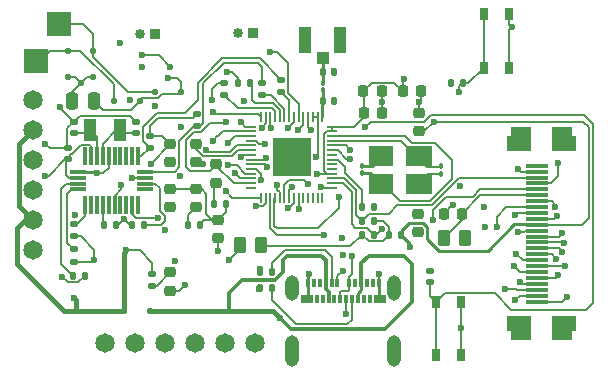
<source format=gbr>
%TF.GenerationSoftware,KiCad,Pcbnew,8.0.8*%
%TF.CreationDate,2025-02-24T15:49:23-08:00*%
%TF.ProjectId,OuterBoard_rev3.1,4f757465-7242-46f6-9172-645f72657633,rev?*%
%TF.SameCoordinates,Original*%
%TF.FileFunction,Copper,L1,Top*%
%TF.FilePolarity,Positive*%
%FSLAX46Y46*%
G04 Gerber Fmt 4.6, Leading zero omitted, Abs format (unit mm)*
G04 Created by KiCad (PCBNEW 8.0.8) date 2025-02-24 15:49:23*
%MOMM*%
%LPD*%
G01*
G04 APERTURE LIST*
G04 Aperture macros list*
%AMRoundRect*
0 Rectangle with rounded corners*
0 $1 Rounding radius*
0 $2 $3 $4 $5 $6 $7 $8 $9 X,Y pos of 4 corners*
0 Add a 4 corners polygon primitive as box body*
4,1,4,$2,$3,$4,$5,$6,$7,$8,$9,$2,$3,0*
0 Add four circle primitives for the rounded corners*
1,1,$1+$1,$2,$3*
1,1,$1+$1,$4,$5*
1,1,$1+$1,$6,$7*
1,1,$1+$1,$8,$9*
0 Add four rect primitives between the rounded corners*
20,1,$1+$1,$2,$3,$4,$5,0*
20,1,$1+$1,$4,$5,$6,$7,0*
20,1,$1+$1,$6,$7,$8,$9,0*
20,1,$1+$1,$8,$9,$2,$3,0*%
%AMFreePoly0*
4,1,17,1.053536,0.803536,1.055000,0.800000,1.055000,-1.150000,1.053536,-1.153536,1.050000,-1.155000,-0.250000,-1.155000,-0.253536,-1.153536,-0.255000,-1.150000,-0.255000,-0.805000,-1.050000,-0.805000,-1.053536,-0.803536,-1.055000,-0.800000,-1.055000,0.800000,-1.053536,0.803536,-1.050000,0.805000,1.050000,0.805000,1.053536,0.803536,1.053536,0.803536,$1*%
%AMFreePoly1*
4,1,17,1.053536,0.803536,1.055000,0.800000,1.055000,-0.800000,1.053536,-0.803536,1.050000,-0.805000,0.255000,-0.805000,0.255000,-1.150000,0.253536,-1.153536,0.250000,-1.155000,-1.050000,-1.155000,-1.053536,-1.153536,-1.055000,-1.150000,-1.055000,0.800000,-1.053536,0.803536,-1.050000,0.805000,1.050000,0.805000,1.053536,0.803536,1.053536,0.803536,$1*%
G04 Aperture macros list end*
%TA.AperFunction,SMDPad,CuDef*%
%ADD10RoundRect,0.225000X-0.225000X-0.250000X0.225000X-0.250000X0.225000X0.250000X-0.225000X0.250000X0*%
%TD*%
%TA.AperFunction,ComponentPad*%
%ADD11C,1.650000*%
%TD*%
%TA.AperFunction,SMDPad,CuDef*%
%ADD12RoundRect,0.100000X0.100000X-0.130000X0.100000X0.130000X-0.100000X0.130000X-0.100000X-0.130000X0*%
%TD*%
%TA.AperFunction,SMDPad,CuDef*%
%ADD13RoundRect,0.140000X-0.170000X0.140000X-0.170000X-0.140000X0.170000X-0.140000X0.170000X0.140000X0*%
%TD*%
%TA.AperFunction,SMDPad,CuDef*%
%ADD14RoundRect,0.225000X0.250000X-0.225000X0.250000X0.225000X-0.250000X0.225000X-0.250000X-0.225000X0*%
%TD*%
%TA.AperFunction,SMDPad,CuDef*%
%ADD15RoundRect,0.140000X0.170000X-0.140000X0.170000X0.140000X-0.170000X0.140000X-0.170000X-0.140000X0*%
%TD*%
%TA.AperFunction,SMDPad,CuDef*%
%ADD16RoundRect,0.225000X-0.250000X0.225000X-0.250000X-0.225000X0.250000X-0.225000X0.250000X0.225000X0*%
%TD*%
%TA.AperFunction,SMDPad,CuDef*%
%ADD17R,1.050000X2.200000*%
%TD*%
%TA.AperFunction,SMDPad,CuDef*%
%ADD18R,1.050000X1.000000*%
%TD*%
%TA.AperFunction,SMDPad,CuDef*%
%ADD19RoundRect,0.135000X0.135000X0.185000X-0.135000X0.185000X-0.135000X-0.185000X0.135000X-0.185000X0*%
%TD*%
%TA.AperFunction,SMDPad,CuDef*%
%ADD20RoundRect,0.218750X0.256250X-0.218750X0.256250X0.218750X-0.256250X0.218750X-0.256250X-0.218750X0*%
%TD*%
%TA.AperFunction,SMDPad,CuDef*%
%ADD21RoundRect,0.135000X-0.135000X-0.185000X0.135000X-0.185000X0.135000X0.185000X-0.135000X0.185000X0*%
%TD*%
%TA.AperFunction,SMDPad,CuDef*%
%ADD22R,1.968000X0.312000*%
%TD*%
%TA.AperFunction,SMDPad,CuDef*%
%ADD23R,1.968000X0.300000*%
%TD*%
%TA.AperFunction,SMDPad,CuDef*%
%ADD24FreePoly0,270.000000*%
%TD*%
%TA.AperFunction,SMDPad,CuDef*%
%ADD25FreePoly0,90.000000*%
%TD*%
%TA.AperFunction,SMDPad,CuDef*%
%ADD26FreePoly1,90.000000*%
%TD*%
%TA.AperFunction,SMDPad,CuDef*%
%ADD27FreePoly1,270.000000*%
%TD*%
%TA.AperFunction,SMDPad,CuDef*%
%ADD28RoundRect,0.100000X-0.100000X0.130000X-0.100000X-0.130000X0.100000X-0.130000X0.100000X0.130000X0*%
%TD*%
%TA.AperFunction,SMDPad,CuDef*%
%ADD29RoundRect,0.125000X-0.125000X0.125000X-0.125000X-0.125000X0.125000X-0.125000X0.125000X0.125000X0*%
%TD*%
%TA.AperFunction,SMDPad,CuDef*%
%ADD30RoundRect,0.135000X0.185000X-0.135000X0.185000X0.135000X-0.185000X0.135000X-0.185000X-0.135000X0*%
%TD*%
%TA.AperFunction,SMDPad,CuDef*%
%ADD31RoundRect,0.125000X0.125000X0.125000X-0.125000X0.125000X-0.125000X-0.125000X0.125000X-0.125000X0*%
%TD*%
%TA.AperFunction,SMDPad,CuDef*%
%ADD32RoundRect,0.218750X-0.256250X0.218750X-0.256250X-0.218750X0.256250X-0.218750X0.256250X0.218750X0*%
%TD*%
%TA.AperFunction,SMDPad,CuDef*%
%ADD33RoundRect,0.250000X0.262500X0.450000X-0.262500X0.450000X-0.262500X-0.450000X0.262500X-0.450000X0*%
%TD*%
%TA.AperFunction,SMDPad,CuDef*%
%ADD34RoundRect,0.140000X-0.140000X-0.170000X0.140000X-0.170000X0.140000X0.170000X-0.140000X0.170000X0*%
%TD*%
%TA.AperFunction,ComponentPad*%
%ADD35R,2.000000X2.000000*%
%TD*%
%TA.AperFunction,ComponentPad*%
%ADD36R,0.850000X0.850000*%
%TD*%
%TA.AperFunction,ComponentPad*%
%ADD37C,0.850000*%
%TD*%
%TA.AperFunction,SMDPad,CuDef*%
%ADD38RoundRect,0.140000X0.140000X0.170000X-0.140000X0.170000X-0.140000X-0.170000X0.140000X-0.170000X0*%
%TD*%
%TA.AperFunction,ComponentPad*%
%ADD39O,1.168400X2.667000*%
%TD*%
%TA.AperFunction,ComponentPad*%
%ADD40O,1.168400X2.159000*%
%TD*%
%TA.AperFunction,SMDPad,CuDef*%
%ADD41R,0.330200X0.762000*%
%TD*%
%TA.AperFunction,SMDPad,CuDef*%
%ADD42R,1.041400X0.762000*%
%TD*%
%TA.AperFunction,SMDPad,CuDef*%
%ADD43R,0.300000X1.494000*%
%TD*%
%TA.AperFunction,SMDPad,CuDef*%
%ADD44R,1.456000X0.300000*%
%TD*%
%TA.AperFunction,SMDPad,CuDef*%
%ADD45RoundRect,0.135000X-0.185000X0.135000X-0.185000X-0.135000X0.185000X-0.135000X0.185000X0.135000X0*%
%TD*%
%TA.AperFunction,SMDPad,CuDef*%
%ADD46R,2.294000X1.682000*%
%TD*%
%TA.AperFunction,SMDPad,CuDef*%
%ADD47R,2.040000X1.682000*%
%TD*%
%TA.AperFunction,SMDPad,CuDef*%
%ADD48RoundRect,0.125000X-0.125000X-0.125000X0.125000X-0.125000X0.125000X0.125000X-0.125000X0.125000X0*%
%TD*%
%TA.AperFunction,SMDPad,CuDef*%
%ADD49R,1.100000X1.900000*%
%TD*%
%TA.AperFunction,SMDPad,CuDef*%
%ADD50RoundRect,0.250000X0.250000X0.475000X-0.250000X0.475000X-0.250000X-0.475000X0.250000X-0.475000X0*%
%TD*%
%TA.AperFunction,SMDPad,CuDef*%
%ADD51R,0.711200X0.990600*%
%TD*%
%TA.AperFunction,SMDPad,CuDef*%
%ADD52RoundRect,0.225000X0.225000X0.250000X-0.225000X0.250000X-0.225000X-0.250000X0.225000X-0.250000X0*%
%TD*%
%TA.AperFunction,SMDPad,CuDef*%
%ADD53RoundRect,0.050000X-0.050000X0.387500X-0.050000X-0.387500X0.050000X-0.387500X0.050000X0.387500X0*%
%TD*%
%TA.AperFunction,SMDPad,CuDef*%
%ADD54RoundRect,0.050000X-0.387500X0.050000X-0.387500X-0.050000X0.387500X-0.050000X0.387500X0.050000X0*%
%TD*%
%TA.AperFunction,HeatsinkPad*%
%ADD55R,3.200000X3.200000*%
%TD*%
%TA.AperFunction,ViaPad*%
%ADD56C,0.600000*%
%TD*%
%TA.AperFunction,Conductor*%
%ADD57C,0.200000*%
%TD*%
%TA.AperFunction,Conductor*%
%ADD58C,0.254000*%
%TD*%
%TA.AperFunction,Conductor*%
%ADD59C,0.400000*%
%TD*%
%TA.AperFunction,Conductor*%
%ADD60C,0.300000*%
%TD*%
G04 APERTURE END LIST*
D10*
%TO.P,C32,1*%
%TO.N,+3.3V*%
X137464200Y-82677000D03*
%TO.P,C32,2*%
%TO.N,GND*%
X139014200Y-82677000D03*
%TD*%
D11*
%TO.P,J2,1*%
%TO.N,GPIO45*%
X115620800Y-104013000D03*
%TO.P,J2,2*%
%TO.N,GPIO46*%
X118160800Y-104013000D03*
%TO.P,J2,3*%
%TO.N,IO21{slash}USER_LED*%
X120700800Y-104013000D03*
%TO.P,J2,4*%
%TO.N,D10{slash}A10{slash}MOSI*%
X123240800Y-104013000D03*
%TO.P,J2,5*%
%TO.N,D9{slash}A9{slash}MISO*%
X125780800Y-104013000D03*
%TO.P,J2,6*%
%TO.N,D8{slash}A8{slash}SCK*%
X128320800Y-104013000D03*
%TD*%
D12*
%TO.P,C43,1*%
%TO.N,Net-(U9-XTAL_P)*%
X137320000Y-89620000D03*
%TO.P,C43,2*%
%TO.N,GND*%
X137320000Y-88980000D03*
%TD*%
D13*
%TO.P,R13,1*%
%TO.N,+3.3V*%
X143078200Y-97868800D03*
%TO.P,R13,2*%
%TO.N,CHIP_EN*%
X143078200Y-98828800D03*
%TD*%
D14*
%TO.P,C9,1*%
%TO.N,+2V8*%
X142138400Y-86030400D03*
%TO.P,C9,2*%
%TO.N,GND*%
X142138400Y-84480400D03*
%TD*%
D15*
%TO.P,C31,1*%
%TO.N,Net-(U8-XOUT32)*%
X118217000Y-86230400D03*
%TO.P,C31,2*%
%TO.N,GND*%
X118217000Y-85270400D03*
%TD*%
D16*
%TO.P,C40,1*%
%TO.N,+3.3V*%
X123266200Y-87144600D03*
%TO.P,C40,2*%
%TO.N,GND*%
X123266200Y-88694600D03*
%TD*%
D17*
%TO.P,ANT1,GND1*%
%TO.N,GND*%
X132535000Y-78335000D03*
%TO.P,ANT1,GND2*%
X135485000Y-78335000D03*
D18*
%TO.P,ANT1,SIG*%
%TO.N,Net-(ANT1-PadSIG)*%
X134010000Y-79860000D03*
%TD*%
D16*
%TO.P,C39,1*%
%TO.N,+3.3V*%
X121132600Y-87144600D03*
%TO.P,C39,2*%
%TO.N,GND*%
X121132600Y-88694600D03*
%TD*%
D19*
%TO.P,R21,1*%
%TO.N,Net-(J5-PadB5)*%
X129743200Y-99314000D03*
%TO.P,R21,2*%
%TO.N,GND*%
X128723200Y-99314000D03*
%TD*%
D20*
%TO.P,D8,1,K*%
%TO.N,GND*%
X121107200Y-99568100D03*
%TO.P,D8,2,A*%
%TO.N,Net-(D8-A)*%
X121107200Y-97993100D03*
%TD*%
D16*
%TO.P,C37,1*%
%TO.N,+3.3V*%
X125145800Y-93560600D03*
%TO.P,C37,2*%
%TO.N,GND*%
X125145800Y-95110600D03*
%TD*%
D21*
%TO.P,R6,1*%
%TO.N,Net-(R6-Pad1)*%
X139670600Y-94818200D03*
%TO.P,R6,2*%
%TO.N,+2V8*%
X140690600Y-94818200D03*
%TD*%
D22*
%TO.P,J10,1,1*%
%TO.N,unconnected-(J10-Pad1)*%
X152171500Y-88972600D03*
D23*
%TO.P,J10,2,2*%
%TO.N,GND*%
X152171500Y-89466600D03*
%TO.P,J10,3,3*%
%TO.N,MTDO{slash}IO40{slash}CAM_SDA*%
X152171500Y-89966600D03*
%TO.P,J10,4,4*%
%TO.N,Net-(FB1-Pad2)*%
X152171500Y-90466600D03*
%TO.P,J10,5,5*%
%TO.N,MTCK{slash}IO39{slash}CAM_SCL*%
X152171500Y-90966600D03*
%TO.P,J10,6,6*%
%TO.N,CAM_RESET*%
X152171500Y-91466600D03*
%TO.P,J10,7,7*%
%TO.N,IO38{slash}DVP_VSYNC*%
X152171500Y-91966600D03*
%TO.P,J10,8,8*%
%TO.N,Net-(J10-Pad8)*%
X152171500Y-92466600D03*
%TO.P,J10,9,9*%
%TO.N,IO47{slash}DVP_HREF*%
X152171500Y-92966600D03*
%TO.P,J10,10,10*%
%TO.N,+1V8*%
X152171500Y-93466600D03*
%TO.P,J10,11,11*%
%TO.N,+2V8*%
X152171500Y-93966600D03*
%TO.P,J10,12,12*%
%TO.N,IO48{slash}DVP_Y9*%
X152171500Y-94466600D03*
%TO.P,J10,13,13*%
%TO.N,IO10{slash}XMCLK*%
X152171500Y-94966600D03*
%TO.P,J10,14,14*%
%TO.N,IO11{slash}DVP_Y8*%
X152171500Y-95466600D03*
%TO.P,J10,15,15*%
%TO.N,GND*%
X152171500Y-95966600D03*
%TO.P,J10,16,16*%
%TO.N,IO12{slash}DVP_Y7*%
X152171500Y-96466600D03*
%TO.P,J10,17,17*%
%TO.N,IO13{slash}DVP_PCLK*%
X152171500Y-96966600D03*
%TO.P,J10,18,18*%
%TO.N,IO14{slash}DVP_Y6*%
X152171500Y-97466600D03*
%TO.P,J10,19,19*%
%TO.N,IO15{slash}DVP_Y2*%
X152171500Y-97966600D03*
%TO.P,J10,20,20*%
%TO.N,IO16{slash}DVP_Y5*%
X152171500Y-98466600D03*
%TO.P,J10,21,21*%
%TO.N,IO17{slash}DVP_Y3*%
X152171500Y-98966600D03*
%TO.P,J10,22,22*%
%TO.N,IO18{slash}DVP_Y4*%
X152171500Y-99466600D03*
%TO.P,J10,23,23*%
%TO.N,GND*%
X152171500Y-99966600D03*
%TO.P,J10,24,24*%
%TO.N,Net-(D7-K)*%
X152171500Y-100466600D03*
D24*
%TO.P,J10,S1*%
%TO.N,N/C*%
X150787500Y-86716600D03*
D25*
X154298500Y-102717600D03*
D26*
%TO.P,J10,S2*%
X154298500Y-86717600D03*
D27*
X150787500Y-102716600D03*
%TD*%
D28*
%TO.P,C45,1*%
%TO.N,Net-(U9-XTAL_N)*%
X144060000Y-89020000D03*
%TO.P,C45,2*%
%TO.N,GND*%
X144060000Y-89660000D03*
%TD*%
D29*
%TO.P,D2,1,K*%
%TO.N,Net-(D2-K)*%
X114554000Y-79222600D03*
%TO.P,D2,2,A*%
%TO.N,GNDPWR*%
X114554000Y-81422600D03*
%TD*%
D30*
%TO.P,R3,1*%
%TO.N,D3{slash}A3*%
X128879600Y-83009200D03*
%TO.P,R3,2*%
%TO.N,BNO_SCL*%
X128879600Y-81989200D03*
%TD*%
D10*
%TO.P,C42,1*%
%TO.N,+3.3V*%
X137502600Y-84505800D03*
%TO.P,C42,2*%
%TO.N,GND*%
X139052600Y-84505800D03*
%TD*%
D31*
%TO.P,D3,1,K*%
%TO.N,VCC*%
X118516400Y-83464400D03*
%TO.P,D3,2,A*%
%TO.N,Net-(D1-K)*%
X116316400Y-83464400D03*
%TD*%
D30*
%TO.P,R20,1*%
%TO.N,D5{slash}I2C_SCL*%
X125704600Y-82983800D03*
%TO.P,R20,2*%
%TO.N,BNO_RST*%
X125704600Y-81963800D03*
%TD*%
D19*
%TO.P,R7,1*%
%TO.N,Net-(R6-Pad1)*%
X138379200Y-93624400D03*
%TO.P,R7,2*%
%TO.N,MTDO{slash}IO40{slash}CAM_SDA*%
X137359200Y-93624400D03*
%TD*%
%TO.P,R26,1*%
%TO.N,Net-(J5-PadA5)*%
X129743200Y-97967800D03*
%TO.P,R26,2*%
%TO.N,GND*%
X128723200Y-97967800D03*
%TD*%
D32*
%TO.P,D9,1,K*%
%TO.N,IO21{slash}USER_LED*%
X124993400Y-88849200D03*
%TO.P,D9,2,A*%
%TO.N,Net-(D9-A)*%
X124993400Y-90424200D03*
%TD*%
D15*
%TO.P,C30,1*%
%TO.N,Net-(U8-XIN32)*%
X112933800Y-86207600D03*
%TO.P,C30,2*%
%TO.N,GND*%
X112933800Y-85247600D03*
%TD*%
D33*
%TO.P,R8,1*%
%TO.N,Net-(R6-Pad1)*%
X128832500Y-95680000D03*
%TO.P,R8,2*%
%TO.N,+3.3V*%
X127007500Y-95680000D03*
%TD*%
D34*
%TO.P,C29,1*%
%TO.N,Net-(U8-CAP)*%
X115521800Y-94005400D03*
%TO.P,C29,2*%
%TO.N,GND*%
X116481800Y-94005400D03*
%TD*%
D35*
%TO.P,TP1,1,1*%
%TO.N,Net-(D1-K)*%
X109728000Y-80137000D03*
%TD*%
D36*
%TO.P,J3,1,1*%
%TO.N,+BATT1*%
X119837200Y-77800200D03*
D37*
%TO.P,J3,2,2*%
%TO.N,GNDPWR*%
X118587200Y-77800200D03*
%TD*%
D38*
%TO.P,C41,1*%
%TO.N,+3.3V*%
X123593800Y-93954600D03*
%TO.P,C41,2*%
%TO.N,GND*%
X122633800Y-93954600D03*
%TD*%
D16*
%TO.P,C36,1*%
%TO.N,+3.3V*%
X121132600Y-90954600D03*
%TO.P,C36,2*%
%TO.N,GND*%
X121132600Y-92504600D03*
%TD*%
D19*
%TO.P,R22,1*%
%TO.N,+3.3V*%
X113893600Y-98272600D03*
%TO.P,R22,2*%
%TO.N,Net-(U8-NBOOT_LOAD_PIN)*%
X112873600Y-98272600D03*
%TD*%
D21*
%TO.P,R31,1*%
%TO.N,Net-(U9-U0TXD)*%
X137361200Y-92456000D03*
%TO.P,R31,2*%
%TO.N,TX_D6*%
X138381200Y-92456000D03*
%TD*%
D39*
%TO.P,J5,25*%
%TO.N,N/C*%
X131449998Y-104679300D03*
%TO.P,J5,26*%
X140090002Y-104679300D03*
D40*
%TO.P,J5,27*%
X131449998Y-99319300D03*
%TO.P,J5,28*%
X140090002Y-99319300D03*
D41*
%TO.P,J5,A1,A1*%
%TO.N,GND*%
X132770000Y-98940299D03*
%TO.P,J5,A2,A2*%
%TO.N,unconnected-(J5-PadA2)*%
X133269999Y-98940299D03*
%TO.P,J5,A3,A3*%
%TO.N,unconnected-(J5-PadA3)*%
X133770001Y-98940299D03*
%TO.P,J5,A4,A4*%
%TO.N,+5V*%
X134270000Y-98940299D03*
%TO.P,J5,A5,A5*%
%TO.N,Net-(J5-PadA5)*%
X134769999Y-98940299D03*
%TO.P,J5,A6,A6*%
%TO.N,USB_DP*%
X135270000Y-98940299D03*
%TO.P,J5,A7,A7*%
%TO.N,USB_DN*%
X136270000Y-98940299D03*
%TO.P,J5,A8,A8*%
%TO.N,unconnected-(J5-PadA8)*%
X136770001Y-98940299D03*
%TO.P,J5,A9,A9*%
%TO.N,+5V*%
X137270000Y-98940299D03*
%TO.P,J5,A10,A10*%
%TO.N,unconnected-(J5-PadA10)*%
X137769999Y-98940299D03*
%TO.P,J5,A11,A11*%
%TO.N,unconnected-(J5-PadA11)*%
X138270001Y-98940299D03*
%TO.P,J5,A12,A12*%
%TO.N,GND*%
X138770000Y-98940299D03*
D42*
%TO.P,J5,B1,B1*%
X138870000Y-100240301D03*
D41*
%TO.P,J5,B2,B2*%
%TO.N,unconnected-(J5-PadB2)*%
X138020001Y-100240301D03*
%TO.P,J5,B3,B3*%
%TO.N,unconnected-(J5-PadB3)*%
X137519999Y-100240301D03*
%TO.P,J5,B4,B4*%
%TO.N,+5V*%
X137020000Y-100240301D03*
%TO.P,J5,B5,B5*%
%TO.N,Net-(J5-PadB5)*%
X136520001Y-100240301D03*
%TO.P,J5,B6,B6*%
%TO.N,USB_DP*%
X136020000Y-100240301D03*
%TO.P,J5,B7,B7*%
%TO.N,USB_DN*%
X135520000Y-100240301D03*
%TO.P,J5,B8,B8*%
%TO.N,unconnected-(J5-PadB8)*%
X135019999Y-100240301D03*
%TO.P,J5,B9,B9*%
%TO.N,+5V*%
X134520000Y-100240301D03*
%TO.P,J5,B10,B10*%
%TO.N,unconnected-(J5-PadB10)*%
X134020001Y-100240301D03*
%TO.P,J5,B11,B11*%
%TO.N,unconnected-(J5-PadB11)*%
X133519999Y-100240301D03*
D42*
%TO.P,J5,B12,B12*%
%TO.N,GND*%
X132670000Y-100240301D03*
%TD*%
D14*
%TO.P,C18,1*%
%TO.N,+3.3V*%
X142087600Y-94577200D03*
%TO.P,C18,2*%
%TO.N,GND*%
X142087600Y-93027200D03*
%TD*%
D21*
%TO.P,R9,1*%
%TO.N,Net-(R6-Pad1)*%
X137361200Y-94792800D03*
%TO.P,R9,2*%
%TO.N,MTCK{slash}IO39{slash}CAM_SCL*%
X138381200Y-94792800D03*
%TD*%
D33*
%TO.P,R10,1*%
%TO.N,+3.3V*%
X146098900Y-95123000D03*
%TO.P,R10,2*%
%TO.N,CAM_RESET*%
X144273900Y-95123000D03*
%TD*%
D36*
%TO.P,J4,1,1*%
%TO.N,+BATT2*%
X128117600Y-77749400D03*
D37*
%TO.P,J4,2,2*%
%TO.N,GNDPWR*%
X126867600Y-77749400D03*
%TD*%
D34*
%TO.P,R14,1*%
%TO.N,+3.3V*%
X144909600Y-81965800D03*
%TO.P,R14,2*%
%TO.N,GPIO0*%
X145869600Y-81965800D03*
%TD*%
D35*
%TO.P,TP2,1,1*%
%TO.N,Net-(D2-K)*%
X111683800Y-76962000D03*
%TD*%
D19*
%TO.P,R18,1*%
%TO.N,Net-(U8-COM3)*%
X118924800Y-94005400D03*
%TO.P,R18,2*%
%TO.N,GND*%
X117904800Y-94005400D03*
%TD*%
D43*
%TO.P,U8,1*%
%TO.N,N/C*%
X113900200Y-88184200D03*
D44*
%TO.P,U8,2,GND*%
%TO.N,GND*%
X113322200Y-89481200D03*
%TO.P,U8,3,VDD*%
%TO.N,+3.3V*%
X113322200Y-89981200D03*
%TO.P,U8,4,NBOOT_LOAD_PIN*%
%TO.N,Net-(U8-NBOOT_LOAD_PIN)*%
X113322200Y-90481200D03*
%TO.P,U8,5,PS1*%
%TO.N,Net-(U8-PS1)*%
X113322200Y-90981200D03*
D43*
%TO.P,U8,6,PS0*%
%TO.N,Net-(U8-PS0)*%
X113900200Y-92278200D03*
%TO.P,U8,7*%
%TO.N,N/C*%
X114400200Y-92278200D03*
%TO.P,U8,8*%
X114900200Y-92278200D03*
%TO.P,U8,9,CAP*%
%TO.N,Net-(U8-CAP)*%
X115400200Y-92278200D03*
%TO.P,U8,10,PIN10*%
%TO.N,unconnected-(U8-PIN10-Pad10)*%
X115900200Y-92278200D03*
%TO.P,U8,11,NRESET*%
%TO.N,BNO_RST*%
X116400200Y-92278200D03*
%TO.P,U8,12*%
%TO.N,N/C*%
X116900200Y-92278200D03*
%TO.P,U8,13*%
X117400200Y-92278200D03*
%TO.P,U8,14,INT*%
%TO.N,BNO_INT*%
X117900200Y-92278200D03*
%TO.P,U8,15,PIN15*%
%TO.N,unconnected-(U8-PIN15-Pad15)*%
X118400200Y-92278200D03*
D44*
%TO.P,U8,16,PIN16*%
%TO.N,unconnected-(U8-PIN16-Pad16)*%
X118978200Y-90981200D03*
%TO.P,U8,17,COM3*%
%TO.N,Net-(U8-COM3)*%
X118978200Y-90481200D03*
%TO.P,U8,18,COM2*%
%TO.N,GND*%
X118978200Y-89981200D03*
%TO.P,U8,19,COM1*%
%TO.N,BNO_SCL*%
X118978200Y-89481200D03*
D43*
%TO.P,U8,20,COM0*%
%TO.N,BNO_SDA*%
X118400200Y-88184200D03*
%TO.P,U8,21*%
%TO.N,N/C*%
X117900200Y-88184200D03*
%TO.P,U8,22*%
X117400200Y-88184200D03*
%TO.P,U8,23*%
X116900200Y-88184200D03*
%TO.P,U8,24*%
X116400200Y-88184200D03*
%TO.P,U8,25,GNDIO*%
%TO.N,GND*%
X115900200Y-88184200D03*
%TO.P,U8,26,XOUT32*%
%TO.N,Net-(U8-XOUT32)*%
X115400200Y-88184200D03*
%TO.P,U8,27,XIN32*%
%TO.N,Net-(U8-XIN32)*%
X114900200Y-88184200D03*
%TO.P,U8,28,VDDIO*%
%TO.N,+3.3V*%
X114400200Y-88184200D03*
%TD*%
D12*
%TO.P,L1,1,1*%
%TO.N,Net-(U9-LNA_IN)*%
X134010000Y-82580000D03*
%TO.P,L1,2,2*%
%TO.N,Net-(ANT1-PadSIG)*%
X134010000Y-81940000D03*
%TD*%
D21*
%TO.P,R15,1*%
%TO.N,Net-(D9-A)*%
X124837000Y-92202000D03*
%TO.P,R15,2*%
%TO.N,+3.3V*%
X125857000Y-92202000D03*
%TD*%
D45*
%TO.P,R16,1*%
%TO.N,Net-(U8-PS1)*%
X112953800Y-96060800D03*
%TO.P,R16,2*%
%TO.N,GND*%
X112953800Y-97080800D03*
%TD*%
D46*
%TO.P,Y2,1,1*%
%TO.N,Net-(U9-XTAL_N)*%
X142155800Y-88158400D03*
D47*
%TO.P,Y2,2,GND*%
%TO.N,GND*%
X138988800Y-88158400D03*
%TO.P,Y2,3,3*%
%TO.N,Net-(U9-XTAL_P)*%
X138988800Y-90540400D03*
D46*
%TO.P,Y2,4,GND*%
%TO.N,GND*%
X142155800Y-90540400D03*
%TD*%
D19*
%TO.P,R2,1*%
%TO.N,D4{slash}I2C_SDA*%
X127840200Y-81991200D03*
%TO.P,R2,2*%
%TO.N,BNO_INT*%
X126820200Y-81991200D03*
%TD*%
D29*
%TO.P,D1,1,K*%
%TO.N,Net-(D1-K)*%
X112420400Y-79222600D03*
%TO.P,D1,2,A*%
%TO.N,GNDPWR*%
X112420400Y-81422600D03*
%TD*%
D34*
%TO.P,C35,1*%
%TO.N,Net-(U9-LNA_IN)*%
X134015600Y-83515200D03*
%TO.P,C35,2*%
%TO.N,GND*%
X134975600Y-83515200D03*
%TD*%
D30*
%TO.P,R23,1*%
%TO.N,Net-(D8-A)*%
X119583200Y-99114800D03*
%TO.P,R23,2*%
%TO.N,VDC*%
X119583200Y-98094800D03*
%TD*%
D10*
%TO.P,C17,1*%
%TO.N,+3.3V*%
X140779200Y-82677000D03*
%TO.P,C17,2*%
%TO.N,GND*%
X142329200Y-82677000D03*
%TD*%
D30*
%TO.P,R19,1*%
%TO.N,D2{slash}A2*%
X130530600Y-82755200D03*
%TO.P,R19,2*%
%TO.N,BNO_SDA*%
X130530600Y-81735200D03*
%TD*%
D48*
%TO.P,D5,1,K*%
%TO.N,VDC*%
X117162400Y-101244400D03*
%TO.P,D5,2,A*%
%TO.N,+5V*%
X119362400Y-101244400D03*
%TD*%
D45*
%TO.P,R17,1*%
%TO.N,Net-(U8-PS0)*%
X112953800Y-93927200D03*
%TO.P,R17,2*%
%TO.N,GND*%
X112953800Y-94947200D03*
%TD*%
D49*
%TO.P,Y1,1*%
%TO.N,Net-(U8-XOUT32)*%
X116820000Y-85928200D03*
%TO.P,Y1,2*%
%TO.N,Net-(U8-XIN32)*%
X114320000Y-85928200D03*
%TD*%
D50*
%TO.P,C1,1*%
%TO.N,VCC*%
X114691200Y-83464400D03*
%TO.P,C1,2*%
%TO.N,GNDPWR*%
X112791200Y-83464400D03*
%TD*%
D51*
%TO.P,SW3,1,1*%
%TO.N,CHIP_EN*%
X143611600Y-105003600D03*
%TO.P,SW3,2,2*%
X143611600Y-100503598D03*
%TO.P,SW3,3,3*%
%TO.N,GND*%
X145761598Y-105003600D03*
%TO.P,SW3,4,4*%
X145761598Y-100503598D03*
%TD*%
D34*
%TO.P,C33,1*%
%TO.N,Net-(ANT1-PadSIG)*%
X134015600Y-81000000D03*
%TO.P,C33,2*%
%TO.N,GND*%
X134975600Y-81000000D03*
%TD*%
D31*
%TO.P,D4,1,K*%
%TO.N,VCC*%
X121996200Y-82727800D03*
%TO.P,D4,2,A*%
%TO.N,Net-(D2-K)*%
X119796200Y-82727800D03*
%TD*%
D45*
%TO.P,R12,1*%
%TO.N,+3.3V*%
X119380000Y-86459600D03*
%TO.P,R12,2*%
%TO.N,BNO_SDA*%
X119380000Y-87479600D03*
%TD*%
D51*
%TO.P,SW1,1,1*%
%TO.N,GPIO0*%
X147667401Y-80659801D03*
%TO.P,SW1,2,2*%
X147667401Y-76159799D03*
%TO.P,SW1,3,3*%
%TO.N,GND*%
X149817399Y-80659801D03*
%TO.P,SW1,4,4*%
X149817399Y-76159799D03*
%TD*%
D16*
%TO.P,C34,1*%
%TO.N,+3.3V*%
X123266200Y-90954600D03*
%TO.P,C34,2*%
%TO.N,GND*%
X123266200Y-92504600D03*
%TD*%
D45*
%TO.P,R11,1*%
%TO.N,+3.3V*%
X123342400Y-84556600D03*
%TO.P,R11,2*%
%TO.N,BNO_SCL*%
X123342400Y-85576600D03*
%TD*%
D15*
%TO.P,C28,1*%
%TO.N,+3.3V*%
X112420400Y-88440200D03*
%TO.P,C28,2*%
%TO.N,GND*%
X112420400Y-87480200D03*
%TD*%
D52*
%TO.P,C15,1*%
%TO.N,CAM_RESET*%
X145822000Y-93014800D03*
%TO.P,C15,2*%
%TO.N,GND*%
X144272000Y-93014800D03*
%TD*%
D11*
%TO.P,J1,1*%
%TO.N,GNDPWR*%
X109524800Y-96113600D03*
%TO.P,J1,2*%
%TO.N,VDC*%
X109524800Y-93573600D03*
%TO.P,J1,3*%
%TO.N,D1{slash}A1*%
X109524800Y-91033600D03*
%TO.P,J1,4*%
%TO.N,GNDPWR*%
X109524800Y-88493600D03*
%TO.P,J1,5*%
%TO.N,VDC*%
X109524800Y-85953600D03*
%TO.P,J1,6*%
%TO.N,D0{slash}A0*%
X109524800Y-83413600D03*
%TD*%
D53*
%TO.P,U9,1,LNA_IN*%
%TO.N,Net-(U9-LNA_IN)*%
X133987500Y-84811300D03*
%TO.P,U9,2,VDD3P3*%
%TO.N,Net-(C38-Pad1)*%
X133587500Y-84811300D03*
%TO.P,U9,3,VDD3P3*%
X133187500Y-84811300D03*
%TO.P,U9,4,CHIP_PU*%
%TO.N,CHIP_EN*%
X132787500Y-84811300D03*
%TO.P,U9,5,GPIO0*%
%TO.N,GPIO0*%
X132387500Y-84811300D03*
%TO.P,U9,6,GPIO1*%
%TO.N,D0{slash}A0*%
X131987500Y-84811300D03*
%TO.P,U9,7,GPIO2*%
%TO.N,D1{slash}A1*%
X131587500Y-84811300D03*
%TO.P,U9,8,GPIO3*%
%TO.N,D2{slash}A2*%
X131187500Y-84811300D03*
%TO.P,U9,9,GPIO4*%
%TO.N,D3{slash}A3*%
X130787500Y-84811300D03*
%TO.P,U9,10,GPIO5*%
%TO.N,D4{slash}I2C_SDA*%
X130387500Y-84811300D03*
%TO.P,U9,11,GPIO6*%
%TO.N,D5{slash}I2C_SCL*%
X129987500Y-84811300D03*
%TO.P,U9,12,GPIO7*%
%TO.N,D8{slash}A8{slash}SCK*%
X129587500Y-84811300D03*
%TO.P,U9,13,GPIO8*%
%TO.N,D9{slash}A9{slash}MISO*%
X129187500Y-84811300D03*
%TO.P,U9,14,GPIO9*%
%TO.N,D10{slash}A10{slash}MOSI*%
X128787500Y-84811300D03*
D54*
%TO.P,U9,15,GPIO10*%
%TO.N,IO10{slash}XMCLK*%
X127950000Y-85648800D03*
%TO.P,U9,16,GPIO11*%
%TO.N,IO11{slash}DVP_Y8*%
X127950000Y-86048800D03*
%TO.P,U9,17,GPIO12*%
%TO.N,IO12{slash}DVP_Y7*%
X127950000Y-86448800D03*
%TO.P,U9,18,GPIO13*%
%TO.N,IO13{slash}DVP_PCLK*%
X127950000Y-86848800D03*
%TO.P,U9,19,GPIO14*%
%TO.N,IO14{slash}DVP_Y6*%
X127950000Y-87248800D03*
%TO.P,U9,20,VDD3P3_RTC*%
%TO.N,+3.3V*%
X127950000Y-87648800D03*
%TO.P,U9,21,XTAL_32K_P*%
%TO.N,IO15{slash}DVP_Y2*%
X127950000Y-88048800D03*
%TO.P,U9,22,XTAL_32K_N*%
%TO.N,IO16{slash}DVP_Y5*%
X127950000Y-88448800D03*
%TO.P,U9,23,GPIO17*%
%TO.N,IO17{slash}DVP_Y3*%
X127950000Y-88848800D03*
%TO.P,U9,24,GPIO18*%
%TO.N,IO18{slash}DVP_Y4*%
X127950000Y-89248800D03*
%TO.P,U9,25,GPIO19*%
%TO.N,USB_DN*%
X127950000Y-89648800D03*
%TO.P,U9,26,GPIO20*%
%TO.N,USB_DP*%
X127950000Y-90048800D03*
%TO.P,U9,27,GPIO21*%
%TO.N,IO21{slash}USER_LED*%
X127950000Y-90448800D03*
%TO.P,U9,28,SPICS1*%
%TO.N,unconnected-(U9-SPICS1-Pad28)*%
X127950000Y-90848800D03*
D53*
%TO.P,U9,29,VDD_SPI*%
%TO.N,VDD_SPI*%
X128787500Y-91686300D03*
%TO.P,U9,30,SPIHD*%
%TO.N,SPIHD*%
X129187500Y-91686300D03*
%TO.P,U9,31,SPIWP*%
%TO.N,SPIWP*%
X129587500Y-91686300D03*
%TO.P,U9,32,SPICS0*%
%TO.N,SPICS0*%
X129987500Y-91686300D03*
%TO.P,U9,33,SPICLK*%
%TO.N,SPICLK*%
X130387500Y-91686300D03*
%TO.P,U9,34,SPIQ*%
%TO.N,SPIQ*%
X130787500Y-91686300D03*
%TO.P,U9,35,SPID*%
%TO.N,SPID*%
X131187500Y-91686300D03*
%TO.P,U9,36,SPICLK_N*%
%TO.N,IO48{slash}DVP_Y9*%
X131587500Y-91686300D03*
%TO.P,U9,37,SPICLK_P*%
%TO.N,IO47{slash}DVP_HREF*%
X131987500Y-91686300D03*
%TO.P,U9,38,GPIO33*%
%TO.N,GPIO33*%
X132387500Y-91686300D03*
%TO.P,U9,39,GPIO34*%
%TO.N,GPIO34*%
X132787500Y-91686300D03*
%TO.P,U9,40,GPIO35*%
%TO.N,GPIO35*%
X133187500Y-91686300D03*
%TO.P,U9,41,GPIO36*%
%TO.N,GPIO36*%
X133587500Y-91686300D03*
%TO.P,U9,42,GPIO37*%
%TO.N,GPIO37*%
X133987500Y-91686300D03*
D54*
%TO.P,U9,43,GPIO38*%
%TO.N,IO38{slash}DVP_VSYNC*%
X134825000Y-90848800D03*
%TO.P,U9,44,MTCK*%
%TO.N,MTCK{slash}IO39{slash}CAM_SCL*%
X134825000Y-90448800D03*
%TO.P,U9,45,MTDO*%
%TO.N,MTDO{slash}IO40{slash}CAM_SDA*%
X134825000Y-90048800D03*
%TO.P,U9,46,VDD3P3_CPU*%
%TO.N,+3.3V*%
X134825000Y-89648800D03*
%TO.P,U9,47,MTDI*%
%TO.N,MTDI{slash}IO41{slash}PDM_DATA*%
X134825000Y-89248800D03*
%TO.P,U9,48,MTMS*%
%TO.N,MTMS{slash}IO42{slash}PDM_CLK*%
X134825000Y-88848800D03*
%TO.P,U9,49,U0TXD*%
%TO.N,Net-(U9-U0TXD)*%
X134825000Y-88448800D03*
%TO.P,U9,50,U0RXD*%
%TO.N,RX_D7*%
X134825000Y-88048800D03*
%TO.P,U9,51,GPIO45*%
%TO.N,GPIO45*%
X134825000Y-87648800D03*
%TO.P,U9,52,GPIO46*%
%TO.N,GPIO46*%
X134825000Y-87248800D03*
%TO.P,U9,53,XTAL_N*%
%TO.N,Net-(U9-XTAL_N)*%
X134825000Y-86848800D03*
%TO.P,U9,54,XTAL_P*%
%TO.N,Net-(U9-XTAL_P)*%
X134825000Y-86448800D03*
%TO.P,U9,55,VDDA*%
%TO.N,+3.3V*%
X134825000Y-86048800D03*
%TO.P,U9,56,VDDA*%
X134825000Y-85648800D03*
D55*
%TO.P,U9,57,GND*%
%TO.N,GND*%
X131387500Y-88248800D03*
%TD*%
D56*
%TO.N,GND*%
X147726400Y-94157800D03*
X114935000Y-89611200D03*
X121132600Y-92504600D03*
X142111489Y-93007223D03*
X121488200Y-97002600D03*
X145669000Y-90678000D03*
X154263252Y-96239441D03*
X132860000Y-98100000D03*
X123910000Y-88790000D03*
X120802400Y-88646600D03*
X110540800Y-87096600D03*
X150320000Y-100336400D03*
X138780000Y-98160000D03*
X145084800Y-92284600D03*
X150571200Y-89230200D03*
X113030000Y-93116400D03*
X128730000Y-97690000D03*
X142028800Y-90476900D03*
X147650200Y-92456000D03*
X117889684Y-89981291D03*
X123266200Y-92532200D03*
X131069477Y-88457575D03*
X111749000Y-84037600D03*
X139238800Y-88206400D03*
X122047000Y-85648800D03*
X128652394Y-99384806D03*
X135485000Y-78335000D03*
X132535000Y-78335000D03*
X134970000Y-80990000D03*
X134970000Y-83510000D03*
X114681000Y-96926400D03*
X125196600Y-96164400D03*
X122351800Y-99034600D03*
X135661400Y-95097600D03*
X139065000Y-83540600D03*
X117201071Y-93477539D03*
X145770600Y-102743000D03*
X121943122Y-89829707D03*
X142189200Y-83540600D03*
X150012400Y-77241400D03*
%TO.N,VCC*%
X120954800Y-81538800D03*
%TO.N,+2V8*%
X143408400Y-85242400D03*
X141452600Y-95885000D03*
%TO.N,VDC*%
X117396700Y-96139000D03*
X113004600Y-100152200D03*
X121107200Y-80568800D03*
X118688700Y-79618800D03*
%TO.N,Net-(D7-K)*%
X154686000Y-100101400D03*
%TO.N,+3.3V*%
X140944600Y-81584800D03*
X123266200Y-90954600D03*
X126100000Y-96920000D03*
X120802400Y-87096600D03*
X146098900Y-95123000D03*
X111988600Y-98348800D03*
X144909600Y-81965800D03*
X142087600Y-94589600D03*
X119483800Y-88793400D03*
X123153000Y-87031400D03*
X133527800Y-89662000D03*
X110515400Y-89814400D03*
X143078200Y-97866200D03*
%TO.N,+1V8*%
X153847800Y-93192600D03*
X120700800Y-94411800D03*
%TO.N,Net-(C38-Pad1)*%
X133444702Y-88239600D03*
%TO.N,+5V*%
X130429000Y-101879400D03*
%TO.N,IO21{slash}USER_LED*%
X125830000Y-85308799D03*
%TO.N,Net-(FB1-Pad2)*%
X153949400Y-88722200D03*
%TO.N,USB_DP*%
X135962801Y-101549200D03*
X135712200Y-96520000D03*
X135712200Y-97890000D03*
X126586400Y-89603665D03*
%TO.N,USB_DN*%
X136525000Y-96570800D03*
X125984000Y-88900000D03*
%TO.N,MTCK{slash}IO39{slash}CAM_SCL*%
X139013899Y-94285101D03*
X143370000Y-93550000D03*
%TO.N,IO38{slash}DVP_VSYNC*%
X133858000Y-90728800D03*
X153725086Y-92450272D03*
%TO.N,Net-(J10-Pad8)*%
X148742400Y-94183200D03*
%TO.N,IO47{slash}DVP_HREF*%
X131987500Y-92597090D03*
X150342600Y-93141800D03*
%TO.N,IO48{slash}DVP_Y9*%
X131054076Y-92574211D03*
X150520400Y-94564200D03*
%TO.N,IO10{slash}XMCLK*%
X127127615Y-85308799D03*
X154300000Y-94700000D03*
%TO.N,IO11{slash}DVP_Y8*%
X124715600Y-86848296D03*
X154440000Y-95490000D03*
%TO.N,IO12{slash}DVP_Y7*%
X153810000Y-96840000D03*
X125984000Y-87020400D03*
%TO.N,IO13{slash}DVP_PCLK*%
X129164567Y-87102167D03*
X150418800Y-96443800D03*
%TO.N,IO14{slash}DVP_Y6*%
X154514600Y-97455000D03*
X124160450Y-87606201D03*
%TO.N,IO15{slash}DVP_Y2*%
X127076200Y-88206000D03*
X150215600Y-97434400D03*
%TO.N,IO16{slash}DVP_Y5*%
X153970000Y-98240000D03*
X129235200Y-88288500D03*
%TO.N,IO17{slash}DVP_Y3*%
X129330301Y-89044545D03*
X150710000Y-98792400D03*
%TO.N,IO18{slash}DVP_Y4*%
X149450000Y-99441000D03*
X128839742Y-90170878D03*
%TO.N,CHIP_EN*%
X133030300Y-85939200D03*
X137591800Y-85725000D03*
%TO.N,BNO_INT*%
X120091200Y-93421200D03*
X125933200Y-81049800D03*
%TO.N,D1{slash}A1*%
X131108400Y-85750400D03*
%TO.N,D0{slash}A0*%
X129592400Y-79324200D03*
%TO.N,GPIO0*%
X131953000Y-85928200D03*
X145592800Y-82753200D03*
%TO.N,BNO_RST*%
X116967000Y-90601800D03*
X124661600Y-83439000D03*
%TO.N,D8{slash}A8{slash}SCK*%
X129641600Y-85750400D03*
%TO.N,D9{slash}A9{slash}MISO*%
X128843704Y-85733896D03*
%TO.N,D10{slash}A10{slash}MOSI*%
X124714000Y-84404200D03*
%TO.N,VDD_SPI*%
X125830000Y-91135200D03*
%TO.N,SPIHD*%
X128357314Y-92410849D03*
%TO.N,SPIWP*%
X134162800Y-94818200D03*
%TO.N,SPICS0*%
X135432900Y-91643200D03*
%TO.N,SPICLK*%
X130149600Y-90576400D03*
%TO.N,SPIQ*%
X132791200Y-90500200D03*
%TO.N,SPID*%
X131445000Y-90754200D03*
%TO.N,GNDPWR*%
X118688700Y-80568800D03*
X117668297Y-83398103D03*
X127345704Y-83494601D03*
X113583130Y-81940400D03*
X119820552Y-83885375D03*
X116890800Y-78536800D03*
%TO.N,GPIO45*%
X136304681Y-88357976D03*
%TO.N,GPIO46*%
X136330000Y-87606000D03*
%TD*%
D57*
%TO.N,GND*%
X145761598Y-105003600D02*
X145761598Y-102752002D01*
X131387500Y-88248800D02*
X131387500Y-88246300D01*
X111749000Y-84037600D02*
X111749000Y-84062800D01*
D58*
X142087600Y-93027200D02*
X142091512Y-93027200D01*
D57*
X149817399Y-77046399D02*
X150012400Y-77241400D01*
X116673210Y-94005400D02*
X116481800Y-94005400D01*
X150807600Y-89466600D02*
X150571200Y-89230200D01*
D58*
X114935000Y-89611200D02*
X114805000Y-89481200D01*
D57*
X150689800Y-99966600D02*
X152171500Y-99966600D01*
X131069477Y-88457575D02*
X131278252Y-88248800D01*
X122633800Y-93164600D02*
X123266200Y-92532200D01*
X123814600Y-88694600D02*
X123910000Y-88790000D01*
D58*
X134975600Y-83515200D02*
X134975200Y-83515200D01*
D57*
X142329200Y-83400600D02*
X142189200Y-83540600D01*
X139052600Y-84505800D02*
X139052600Y-83553000D01*
X121132600Y-88694600D02*
X120850400Y-88694600D01*
X110540800Y-87096600D02*
X110924400Y-87480200D01*
X145761598Y-102733998D02*
X145770600Y-102743000D01*
X149817399Y-80659801D02*
X149817399Y-77436401D01*
X145084800Y-92284600D02*
X145002200Y-92284600D01*
X142028800Y-90476900D02*
X142828500Y-89677200D01*
X113455600Y-84725800D02*
X112933800Y-85247600D01*
X112371400Y-85810000D02*
X112371400Y-87431200D01*
D58*
X138770000Y-100140301D02*
X138870000Y-100240301D01*
X138770000Y-98940299D02*
X138770000Y-100140301D01*
X134975600Y-80995600D02*
X134970000Y-80990000D01*
D57*
X121818300Y-99568100D02*
X122351800Y-99034600D01*
D58*
X142091512Y-93027200D02*
X142111489Y-93007223D01*
D57*
X131387500Y-88246300D02*
X131394200Y-88239600D01*
X139014200Y-83489800D02*
X139065000Y-83540600D01*
X142828500Y-89677200D02*
X144042800Y-89677200D01*
D58*
X132535000Y-78335000D02*
X132535000Y-78315000D01*
D57*
X120850400Y-88694600D02*
X120802400Y-88646600D01*
D58*
X134975600Y-81000000D02*
X134975600Y-80995600D01*
D57*
X128652394Y-99384806D02*
X128723200Y-99314000D01*
X110924400Y-87480200D02*
X112420400Y-87480200D01*
X125145800Y-96113600D02*
X125196600Y-96164400D01*
X121107200Y-99568100D02*
X121818300Y-99568100D01*
X149817399Y-76159799D02*
X149817399Y-77046399D01*
X150320000Y-100336400D02*
X150689800Y-99966600D01*
X128723200Y-97967800D02*
X128723200Y-97696800D01*
X153990411Y-95966600D02*
X152171500Y-95966600D01*
X139014200Y-82677000D02*
X139014200Y-83489800D01*
X117889684Y-89981291D02*
X117889775Y-89981200D01*
X115900200Y-89131200D02*
X115900200Y-88184200D01*
X117672400Y-84725800D02*
X118217000Y-85270400D01*
D58*
X132770000Y-98940299D02*
X132770000Y-98190000D01*
D57*
X152171500Y-89466600D02*
X150807600Y-89466600D01*
X112953800Y-94947200D02*
X113565400Y-94947200D01*
X111749000Y-84062800D02*
X112933800Y-85247600D01*
X115420200Y-89611200D02*
X115900200Y-89131200D01*
X112953800Y-97080800D02*
X114526600Y-97080800D01*
X114526600Y-97080800D02*
X114681000Y-96926400D01*
X144042800Y-89677200D02*
X144060000Y-89660000D01*
X123266200Y-88694600D02*
X123814600Y-88694600D01*
D58*
X114805000Y-89481200D02*
X113322200Y-89481200D01*
D57*
X117201071Y-93477539D02*
X116673210Y-94005400D01*
D58*
X135490000Y-78340000D02*
X135485000Y-78335000D01*
D57*
X142138400Y-83591400D02*
X142189200Y-83540600D01*
X128723200Y-97696800D02*
X128730000Y-97690000D01*
D58*
X132770000Y-98940299D02*
X132770000Y-100140301D01*
D57*
X114681000Y-96062800D02*
X114681000Y-96926400D01*
X142138400Y-84480400D02*
X142138400Y-83591400D01*
X142329200Y-82677000D02*
X142329200Y-83400600D01*
X138780000Y-98930299D02*
X138770000Y-98940299D01*
X131278252Y-88248800D02*
X131387500Y-88248800D01*
X145002200Y-92284600D02*
X144272000Y-93014800D01*
X117672400Y-84725800D02*
X113455600Y-84725800D01*
D58*
X138167200Y-88980000D02*
X138988800Y-88158400D01*
D57*
X117889775Y-89981200D02*
X118978200Y-89981200D01*
X125145800Y-95110600D02*
X125145800Y-96113600D01*
X138780000Y-98160000D02*
X138780000Y-98930299D01*
X154263252Y-96239441D02*
X153990411Y-95966600D01*
X145761598Y-102752002D02*
X145770600Y-102743000D01*
X113565400Y-94947200D02*
X114681000Y-96062800D01*
X122633800Y-93954600D02*
X122633800Y-93164600D01*
X117201071Y-93477539D02*
X117728932Y-94005400D01*
D58*
X132770000Y-98190000D02*
X132860000Y-98100000D01*
D57*
X112371400Y-85810000D02*
X112933800Y-85247600D01*
X128723200Y-97967800D02*
X128600200Y-97967800D01*
D58*
X132770000Y-100140301D02*
X132670000Y-100240301D01*
D57*
X149817399Y-77436401D02*
X150012400Y-77241400D01*
X123266200Y-92504600D02*
X123266200Y-92532200D01*
X117728932Y-94005400D02*
X117904800Y-94005400D01*
D58*
X134975200Y-83515200D02*
X134970000Y-83510000D01*
D57*
X139052600Y-83553000D02*
X139065000Y-83540600D01*
D58*
X137320000Y-88980000D02*
X138167200Y-88980000D01*
D57*
X112371400Y-87431200D02*
X112420400Y-87480200D01*
X114935000Y-89611200D02*
X115420200Y-89611200D01*
X145761598Y-100503598D02*
X145761598Y-102733998D01*
D58*
%TO.N,Net-(ANT1-PadSIG)*%
X134015600Y-81934400D02*
X134010000Y-81940000D01*
X134010000Y-79860000D02*
X134010000Y-80994400D01*
X134015600Y-81000000D02*
X134015600Y-81934400D01*
X134010000Y-80994400D02*
X134015600Y-81000000D01*
D57*
%TO.N,VCC*%
X120080988Y-83230200D02*
X120380188Y-82931000D01*
X114691200Y-83464400D02*
X115453200Y-84226400D01*
X121996200Y-81866200D02*
X121668800Y-81538800D01*
X118516400Y-83464400D02*
X118750600Y-83230200D01*
X115453200Y-84226400D02*
X117754400Y-84226400D01*
X117754400Y-84226400D02*
X118516400Y-83464400D01*
X118750600Y-83230200D02*
X120080988Y-83230200D01*
X120380188Y-82931000D02*
X121793000Y-82931000D01*
X121793000Y-82931000D02*
X121996200Y-82727800D01*
X121668800Y-81538800D02*
X120954800Y-81538800D01*
X121996200Y-82727800D02*
X121996200Y-81866200D01*
%TO.N,+2V8*%
X156057600Y-85242400D02*
X143408400Y-85242400D01*
X156543400Y-93418000D02*
X156543400Y-85728200D01*
X152171500Y-93966600D02*
X155994800Y-93966600D01*
X142138400Y-86030400D02*
X142620400Y-86030400D01*
X155994800Y-93966600D02*
X156543400Y-93418000D01*
D58*
X141452600Y-95580200D02*
X140690600Y-94818200D01*
X140690600Y-94498201D02*
X141341001Y-93847800D01*
D57*
X156543400Y-85728200D02*
X156057600Y-85242400D01*
D58*
X141341001Y-93847800D02*
X142552764Y-93847800D01*
X140690600Y-94818200D02*
X140690600Y-94498201D01*
X148030093Y-96164400D02*
X150259693Y-93934800D01*
X150259693Y-93934800D02*
X152139700Y-93934800D01*
X142552764Y-93847800D02*
X142842000Y-94137036D01*
D57*
X142620400Y-86030400D02*
X143408400Y-85242400D01*
D58*
X143840200Y-96164400D02*
X148030093Y-96164400D01*
X142842000Y-94137036D02*
X142842000Y-95166200D01*
X142842000Y-95166200D02*
X143840200Y-96164400D01*
X152139700Y-93934800D02*
X152171500Y-93966600D01*
X141452600Y-95885000D02*
X141452600Y-95580200D01*
D57*
%TO.N,VDC*%
X121107200Y-80568800D02*
X120157200Y-79618800D01*
D59*
X113157000Y-101244400D02*
X112115600Y-101244400D01*
X108347400Y-92396200D02*
X108347400Y-87131000D01*
D57*
X119583200Y-97205800D02*
X119583200Y-98094800D01*
D59*
X108788200Y-93573600D02*
X109524800Y-93573600D01*
X112115600Y-101244400D02*
X108127800Y-97256600D01*
X113157000Y-101244400D02*
X113157000Y-100304600D01*
D57*
X117396700Y-96139000D02*
X118516400Y-96139000D01*
D59*
X113157000Y-100304600D02*
X113004600Y-100152200D01*
X108127800Y-94234000D02*
X108788200Y-93573600D01*
D57*
X118516400Y-96139000D02*
X119583200Y-97205800D01*
D59*
X117162400Y-101244400D02*
X117162400Y-96373300D01*
X108347400Y-87131000D02*
X109524800Y-85953600D01*
X117162400Y-96373300D02*
X117396700Y-96139000D01*
X117162400Y-101244400D02*
X113157000Y-101244400D01*
X109524800Y-93573600D02*
X108347400Y-92396200D01*
X108127800Y-97256600D02*
X108127800Y-94234000D01*
D57*
X120157200Y-79618800D02*
X118688700Y-79618800D01*
%TO.N,Net-(D7-K)*%
X154686000Y-100101400D02*
X154320800Y-100466600D01*
X154320800Y-100466600D02*
X152171500Y-100466600D01*
%TO.N,+3.3V*%
X142087600Y-94577200D02*
X142087600Y-94589600D01*
X112749000Y-88012600D02*
X112420400Y-88341200D01*
X126330800Y-88163400D02*
X126845400Y-87648800D01*
X140051800Y-81949600D02*
X140779200Y-82677000D01*
X123901200Y-88163400D02*
X124531832Y-88163400D01*
X112245200Y-88440200D02*
X112420400Y-88440200D01*
X123266200Y-87144600D02*
X123266200Y-87528400D01*
X120447600Y-86459600D02*
X121132600Y-87144600D01*
X127007500Y-95680000D02*
X127007500Y-96012500D01*
X125857000Y-92849400D02*
X125145800Y-93560600D01*
X125857000Y-92202000D02*
X125857000Y-92849400D01*
X113588800Y-87172800D02*
X112982800Y-87778800D01*
X120081568Y-84886800D02*
X119380000Y-85588368D01*
X112318800Y-88541800D02*
X112420400Y-88440200D01*
X119380000Y-85588368D02*
X119380000Y-86459600D01*
X124155200Y-91338400D02*
X123771400Y-90954600D01*
X134811800Y-89662000D02*
X134825000Y-89648800D01*
X140779200Y-81750200D02*
X140944600Y-81584800D01*
X125454968Y-88163400D02*
X126330800Y-88163400D01*
X124624800Y-93560600D02*
X124155200Y-93091000D01*
X119380000Y-86459600D02*
X120447600Y-86459600D01*
X137464200Y-82677000D02*
X138191600Y-81949600D01*
X112982800Y-87778800D02*
X112982800Y-87786618D01*
X112484800Y-98845000D02*
X111988600Y-98348800D01*
X123342400Y-84556600D02*
X123012200Y-84886800D01*
X123012200Y-84886800D02*
X120081568Y-84886800D01*
X134825000Y-86048800D02*
X134825000Y-85648800D01*
X112420400Y-88341200D02*
X112420400Y-88440200D01*
X137502600Y-82715400D02*
X137464200Y-82677000D01*
X124531832Y-88163400D02*
X124535932Y-88159300D01*
X140779200Y-82677000D02*
X140779200Y-81750200D01*
X112564200Y-89981200D02*
X113322200Y-89981200D01*
X134135100Y-89425444D02*
X134135100Y-86272156D01*
X114400200Y-87298400D02*
X114274600Y-87172800D01*
X137502600Y-84823600D02*
X136677400Y-85648800D01*
X136677400Y-85648800D02*
X134825000Y-85648800D01*
X112318800Y-89735800D02*
X112564200Y-89981200D01*
X112318800Y-89735800D02*
X112318800Y-88541800D01*
X124155200Y-93091000D02*
X124155200Y-91338400D01*
X126845400Y-87648800D02*
X127950000Y-87648800D01*
X123974800Y-93573600D02*
X125132800Y-93573600D01*
X133527800Y-89662000D02*
X134811800Y-89662000D01*
X143078200Y-97868800D02*
X143078200Y-97866200D01*
X137502600Y-84505800D02*
X137502600Y-84823600D01*
X134135100Y-86272156D02*
X134358456Y-86048800D01*
X137502600Y-84505800D02*
X137502600Y-82715400D01*
X134831400Y-86055200D02*
X134825000Y-86048800D01*
X119483800Y-88793400D02*
X121132600Y-87144600D01*
X110515400Y-89814400D02*
X110871000Y-89814400D01*
X125132800Y-93573600D02*
X125145800Y-93560600D01*
X125450868Y-88159300D02*
X125454968Y-88163400D01*
X127007500Y-96012500D02*
X126100000Y-96920000D01*
X134825000Y-89648800D02*
X134358456Y-89648800D01*
X125145800Y-93560600D02*
X124624800Y-93560600D01*
X114274600Y-87172800D02*
X113588800Y-87172800D01*
X123593800Y-93954600D02*
X123974800Y-93573600D01*
X124535932Y-88159300D02*
X125450868Y-88159300D01*
X113893600Y-98272600D02*
X113321200Y-98845000D01*
X123771400Y-90954600D02*
X123266200Y-90954600D01*
X112756818Y-88012600D02*
X112749000Y-88012600D01*
X123266200Y-90954600D02*
X121132600Y-90954600D01*
X112982800Y-87786618D02*
X112756818Y-88012600D01*
X134358456Y-86048800D02*
X134825000Y-86048800D01*
X138191600Y-81949600D02*
X140051800Y-81949600D01*
X110871000Y-89814400D02*
X112245200Y-88440200D01*
X123266200Y-87528400D02*
X123901200Y-88163400D01*
X114400200Y-88184200D02*
X114400200Y-87298400D01*
X113321200Y-98845000D02*
X112484800Y-98845000D01*
X134358456Y-89648800D02*
X134135100Y-89425444D01*
%TO.N,CAM_RESET*%
X145822000Y-93574900D02*
X145822000Y-93014800D01*
X147370200Y-91466600D02*
X152171500Y-91466600D01*
X144273900Y-95123000D02*
X145822000Y-93574900D01*
X145822000Y-93014800D02*
X147370200Y-91466600D01*
%TO.N,+1V8*%
X153573800Y-93466600D02*
X153847800Y-93192600D01*
X152171500Y-93466600D02*
X153573800Y-93466600D01*
%TO.N,Net-(U8-CAP)*%
X115400200Y-93883800D02*
X115521800Y-94005400D01*
X115400200Y-92278200D02*
X115400200Y-93883800D01*
%TO.N,Net-(U8-XIN32)*%
X112933800Y-86207600D02*
X114040600Y-86207600D01*
X114900200Y-86508400D02*
X114900200Y-88184200D01*
X114040600Y-86207600D02*
X114320000Y-85928200D01*
X114320000Y-85928200D02*
X114900200Y-86508400D01*
%TO.N,Net-(U8-XOUT32)*%
X117122200Y-86230400D02*
X116820000Y-85928200D01*
X116560600Y-85928200D02*
X115400200Y-87088600D01*
X116820000Y-85928200D02*
X116560600Y-85928200D01*
X115400200Y-87088600D02*
X115400200Y-88184200D01*
X118217000Y-86230400D02*
X117122200Y-86230400D01*
%TO.N,Net-(U9-LNA_IN)*%
X134010400Y-83510000D02*
X134015600Y-83515200D01*
X133987500Y-83543300D02*
X134015600Y-83515200D01*
D58*
X134015600Y-83515200D02*
X134015600Y-82585600D01*
D57*
X134015600Y-82585600D02*
X134010000Y-82580000D01*
D58*
X133987500Y-84811300D02*
X133987500Y-83543300D01*
D57*
%TO.N,Net-(C38-Pad1)*%
X133587500Y-84811300D02*
X133587500Y-88096802D01*
X133587500Y-88096802D02*
X133444702Y-88239600D01*
X133587500Y-84811300D02*
X133187500Y-84811300D01*
%TO.N,Net-(U9-XTAL_P)*%
X143130000Y-91930000D02*
X144960000Y-90100000D01*
D58*
X137320000Y-89620000D02*
X138068400Y-89620000D01*
X138068400Y-89620000D02*
X138988800Y-90540400D01*
D57*
X139115800Y-90476900D02*
X140568900Y-91930000D01*
X141573400Y-87065000D02*
X140957200Y-86448800D01*
X144960000Y-90100000D02*
X144960000Y-88469800D01*
X143555200Y-87065000D02*
X141573400Y-87065000D01*
X140957200Y-86448800D02*
X134825000Y-86448800D01*
X140568900Y-91930000D02*
X143130000Y-91930000D01*
X144960000Y-88469800D02*
X143555200Y-87065000D01*
%TO.N,Net-(U9-XTAL_N)*%
X140671200Y-86848800D02*
X142859600Y-89037200D01*
X142859600Y-89037200D02*
X144042800Y-89037200D01*
X134825000Y-86848800D02*
X140671200Y-86848800D01*
X144042800Y-89037200D02*
X144060000Y-89020000D01*
%TO.N,Net-(D1-K)*%
X113487200Y-79222600D02*
X112420400Y-79222600D01*
X116316400Y-83464400D02*
X116316400Y-82051800D01*
X110896400Y-79222600D02*
X112420400Y-79222600D01*
X109728000Y-80137000D02*
X109982000Y-80137000D01*
X109982000Y-80137000D02*
X110896400Y-79222600D01*
X116316400Y-82051800D02*
X113487200Y-79222600D01*
%TO.N,Net-(D2-K)*%
X114554000Y-79781400D02*
X114554000Y-79222600D01*
X117500400Y-82727800D02*
X114554000Y-79781400D01*
X113715800Y-76962000D02*
X114554000Y-77800200D01*
X111683800Y-76962000D02*
X113715800Y-76962000D01*
X114554000Y-77800200D02*
X114554000Y-79222600D01*
X119796200Y-82727800D02*
X117500400Y-82727800D01*
D58*
%TO.N,+5V*%
X137020000Y-99720699D02*
X137270000Y-99470699D01*
D60*
X130429000Y-101879400D02*
X131359600Y-102810000D01*
X133910000Y-96610000D02*
X134270000Y-96970000D01*
D58*
X137270000Y-99470699D02*
X137270000Y-98940299D01*
D60*
X131359600Y-102810000D02*
X139302800Y-102810000D01*
X134520000Y-99689400D02*
X134520000Y-100240301D01*
D59*
X126090000Y-101244400D02*
X129794000Y-101244400D01*
D60*
X126090000Y-99760000D02*
X127210000Y-98640000D01*
X126090000Y-101244400D02*
X126090000Y-99760000D01*
X131008200Y-96610000D02*
X133910000Y-96610000D01*
X127210000Y-98640000D02*
X130013320Y-98640000D01*
X130676000Y-97977320D02*
X130676000Y-96942200D01*
D59*
X125160000Y-101244400D02*
X126090000Y-101244400D01*
D60*
X130676000Y-96942200D02*
X131008200Y-96610000D01*
D59*
X129794000Y-101244400D02*
X130429000Y-101879400D01*
X119362400Y-101244400D02*
X125160000Y-101244400D01*
D60*
X134270000Y-98940299D02*
X134270000Y-99439400D01*
X140893800Y-96570800D02*
X137909200Y-96570800D01*
X134270000Y-99439400D02*
X134520000Y-99689400D01*
X130013320Y-98640000D02*
X130676000Y-97977320D01*
D58*
X137020000Y-100240301D02*
X137020000Y-99720699D01*
D60*
X141605000Y-100507800D02*
X141605000Y-97282000D01*
X137909200Y-96570800D02*
X137270000Y-97210000D01*
D57*
X125921192Y-101244400D02*
X125160000Y-101244400D01*
D60*
X139302800Y-102810000D02*
X141605000Y-100507800D01*
X137270000Y-97210000D02*
X137270000Y-98940299D01*
X141605000Y-97282000D02*
X140893800Y-96570800D01*
X134270000Y-96970000D02*
X134270000Y-98940299D01*
D57*
%TO.N,IO21{slash}USER_LED*%
X122798000Y-89397000D02*
X122453400Y-89052400D01*
X124993400Y-88849200D02*
X124993400Y-88950800D01*
X124993400Y-88849200D02*
X124445600Y-89397000D01*
X124993400Y-88950800D02*
X126491400Y-90448800D01*
X124446608Y-85344000D02*
X125794799Y-85344000D01*
X123691608Y-86099000D02*
X124446608Y-85344000D01*
X122453400Y-89052400D02*
X122453400Y-86784800D01*
X123139200Y-86099000D02*
X123691608Y-86099000D01*
X125794799Y-85344000D02*
X125830000Y-85308799D01*
X124445600Y-89397000D02*
X122798000Y-89397000D01*
X122453400Y-86784800D02*
X123139200Y-86099000D01*
X126491400Y-90448800D02*
X127950000Y-90448800D01*
%TO.N,Net-(D9-A)*%
X124993400Y-90424200D02*
X124841000Y-90576600D01*
X124841000Y-90576600D02*
X124841000Y-92198000D01*
X124841000Y-92198000D02*
X124837000Y-92202000D01*
%TO.N,Net-(FB1-Pad2)*%
X153949400Y-89872700D02*
X153355500Y-90466600D01*
X153355500Y-90466600D02*
X152171500Y-90466600D01*
X153949400Y-88722200D02*
X153949400Y-89872700D01*
%TO.N,USB_DP*%
X127031535Y-90048800D02*
X127950000Y-90048800D01*
X135270000Y-98332200D02*
X135270000Y-98940299D01*
X136020000Y-100240301D02*
X136020000Y-101492001D01*
X135712200Y-97890000D02*
X135270000Y-98332200D01*
X136020000Y-101492001D02*
X135962801Y-101549200D01*
X126586400Y-89603665D02*
X127031535Y-90048800D01*
%TO.N,USB_DN*%
X126734656Y-88900000D02*
X125984000Y-88900000D01*
X135520000Y-100240301D02*
X135520000Y-99689401D01*
X136270000Y-99510000D02*
X136270000Y-98940299D01*
X136510000Y-98149400D02*
X136510000Y-96585800D01*
X136270000Y-98940299D02*
X136270000Y-98389400D01*
X136510000Y-96585800D02*
X136525000Y-96570800D01*
X127483456Y-89648800D02*
X126734656Y-88900000D01*
X127950000Y-89648800D02*
X127483456Y-89648800D01*
X135602500Y-99606901D02*
X136173099Y-99606901D01*
X136270000Y-98389400D02*
X136510000Y-98149400D01*
X136173099Y-99606901D02*
X136270000Y-99510000D01*
X135520000Y-99689401D02*
X135602500Y-99606901D01*
%TO.N,MTDO{slash}IO40{slash}CAM_SDA*%
X135847169Y-90048800D02*
X134825000Y-90048800D01*
X136838800Y-91040431D02*
X135847169Y-90048800D01*
X136838800Y-93104000D02*
X136838800Y-91040431D01*
X140328600Y-92310000D02*
X139610200Y-93028400D01*
X137955200Y-93028400D02*
X137359200Y-93624400D01*
X137359200Y-93624400D02*
X136838800Y-93104000D01*
X152171500Y-89966600D02*
X145599188Y-89966600D01*
X139610200Y-93028400D02*
X137955200Y-93028400D01*
X143255788Y-92310000D02*
X140328600Y-92310000D01*
X145599188Y-89966600D02*
X143255788Y-92310000D01*
%TO.N,MTCK{slash}IO39{slash}CAM_SCL*%
X146720631Y-91617800D02*
X147371831Y-90966600D01*
X136486400Y-91186400D02*
X135748800Y-90448800D01*
X137808800Y-94220400D02*
X136788800Y-94220400D01*
X136788800Y-94220400D02*
X136486400Y-93918000D01*
X143370000Y-92710000D02*
X144462200Y-91617800D01*
X138406600Y-94818200D02*
X138381200Y-94792800D01*
X138506200Y-94792800D02*
X139013899Y-94285101D01*
X138381200Y-94792800D02*
X138506200Y-94792800D01*
X147371831Y-90966600D02*
X152171500Y-90966600D01*
X144462200Y-91617800D02*
X146720631Y-91617800D01*
X136486400Y-93918000D02*
X136486400Y-91186400D01*
X143370000Y-93550000D02*
X143370000Y-92710000D01*
X138381200Y-94792800D02*
X137808800Y-94220400D01*
X135748800Y-90448800D02*
X134825000Y-90448800D01*
%TO.N,IO38{slash}DVP_VSYNC*%
X153725086Y-92257086D02*
X153434600Y-91966600D01*
X133978000Y-90848800D02*
X133858000Y-90728800D01*
X153725086Y-92450272D02*
X153725086Y-92257086D01*
X153434600Y-91966600D02*
X152171500Y-91966600D01*
X134825000Y-90848800D02*
X133978000Y-90848800D01*
%TO.N,Net-(J10-Pad8)*%
X148742400Y-93268800D02*
X149544600Y-92466600D01*
X149544600Y-92466600D02*
X152171500Y-92466600D01*
X148742400Y-94183200D02*
X148742400Y-93268800D01*
%TO.N,IO47{slash}DVP_HREF*%
X150517800Y-92966600D02*
X150342600Y-93141800D01*
X131987500Y-92597090D02*
X131987500Y-91686300D01*
X152171500Y-92966600D02*
X150517800Y-92966600D01*
%TO.N,IO48{slash}DVP_Y9*%
X152167500Y-94462600D02*
X152171500Y-94466600D01*
X131166133Y-92574211D02*
X131054076Y-92574211D01*
X151028400Y-94564200D02*
X151130000Y-94462600D01*
X131587500Y-91686300D02*
X131587500Y-92152844D01*
X151130000Y-94462600D02*
X152167500Y-94462600D01*
X150520400Y-94564200D02*
X151028400Y-94564200D01*
X131587500Y-92152844D02*
X131166133Y-92574211D01*
%TO.N,IO10{slash}XMCLK*%
X154300000Y-94700000D02*
X154033400Y-94966600D01*
X127467616Y-85648800D02*
X127127615Y-85308799D01*
X127950000Y-85648800D02*
X127467616Y-85648800D01*
X154033400Y-94966600D02*
X152171500Y-94966600D01*
%TO.N,IO11{slash}DVP_Y8*%
X125112496Y-86451400D02*
X125185767Y-86451400D01*
X154440000Y-95490000D02*
X154416600Y-95466600D01*
X125185767Y-86451400D02*
X125588367Y-86048800D01*
X154416600Y-95466600D02*
X152171500Y-95466600D01*
X125588367Y-86048800D02*
X127950000Y-86048800D01*
X124715600Y-86848296D02*
X125112496Y-86451400D01*
%TO.N,IO12{slash}DVP_Y7*%
X127950000Y-86448800D02*
X126555600Y-86448800D01*
X126555600Y-86448800D02*
X125984000Y-87020400D01*
X153810000Y-96840000D02*
X153436600Y-96466600D01*
X153436600Y-96466600D02*
X152171500Y-96466600D01*
%TO.N,IO13{slash}DVP_PCLK*%
X150941600Y-96966600D02*
X152171500Y-96966600D01*
X128669911Y-87102167D02*
X128416544Y-86848800D01*
X129164567Y-87102167D02*
X128669911Y-87102167D01*
X128416544Y-86848800D02*
X127950000Y-86848800D01*
X150418800Y-96443800D02*
X150941600Y-96966600D01*
%TO.N,IO14{slash}DVP_Y6*%
X124160450Y-87606201D02*
X124361149Y-87806900D01*
X126747032Y-87248800D02*
X127950000Y-87248800D01*
X126184832Y-87811000D02*
X126747032Y-87248800D01*
X125600937Y-87811000D02*
X126184832Y-87811000D01*
X154514600Y-97455000D02*
X154503000Y-97466600D01*
X154503000Y-97466600D02*
X152171500Y-97466600D01*
X125596837Y-87806900D02*
X125600937Y-87811000D01*
X124361149Y-87806900D02*
X125596837Y-87806900D01*
%TO.N,IO15{slash}DVP_Y2*%
X150215600Y-97434400D02*
X150747800Y-97966600D01*
X150747800Y-97966600D02*
X152171500Y-97966600D01*
X127950000Y-88048800D02*
X127233400Y-88048800D01*
X127233400Y-88048800D02*
X127076200Y-88206000D01*
%TO.N,IO16{slash}DVP_Y5*%
X127950000Y-88448800D02*
X129074900Y-88448800D01*
X153743400Y-98466600D02*
X152171500Y-98466600D01*
X127977334Y-88476134D02*
X127950000Y-88448800D01*
X153970000Y-98240000D02*
X153743400Y-98466600D01*
X129074900Y-88448800D02*
X129235200Y-88288500D01*
%TO.N,IO17{slash}DVP_Y3*%
X150710000Y-98792400D02*
X150884200Y-98966600D01*
X128801031Y-88848800D02*
X129134556Y-88848800D01*
X128801031Y-88848800D02*
X127950000Y-88848800D01*
X150884200Y-98966600D02*
X152171500Y-98966600D01*
X129134556Y-88848800D02*
X129330301Y-89044545D01*
%TO.N,IO18{slash}DVP_Y4*%
X150418800Y-99441000D02*
X150444400Y-99466600D01*
X128839742Y-89671998D02*
X128839742Y-90170878D01*
X150444400Y-99466600D02*
X152171500Y-99466600D01*
X128416544Y-89248800D02*
X128839742Y-89671998D01*
X149450000Y-99441000D02*
X150418800Y-99441000D01*
X127950000Y-89248800D02*
X128416544Y-89248800D01*
%TO.N,CHIP_EN*%
X149987000Y-101142800D02*
X148600098Y-99755898D01*
X156311600Y-101142800D02*
X149987000Y-101142800D01*
X137591800Y-85725000D02*
X138083600Y-85233200D01*
X144359300Y-99755898D02*
X143611600Y-100503598D01*
X156895800Y-100558600D02*
X156311600Y-101142800D01*
X156135400Y-84685200D02*
X156895800Y-85445600D01*
X148600098Y-99755898D02*
X144359300Y-99755898D01*
X142629600Y-85233200D02*
X143177600Y-84685200D01*
X138083600Y-85233200D02*
X142629600Y-85233200D01*
X133030300Y-85939200D02*
X132787500Y-85696400D01*
X143177600Y-84685200D02*
X156135400Y-84685200D01*
X143078200Y-99970198D02*
X143611600Y-100503598D01*
X156895800Y-85445600D02*
X156895800Y-100558600D01*
X143611600Y-105003600D02*
X143611600Y-100503598D01*
X143078200Y-98828800D02*
X143078200Y-99970198D01*
X132787500Y-85696400D02*
X132787500Y-84811300D01*
%TO.N,Net-(R6-Pad1)*%
X137933600Y-95365200D02*
X139123600Y-95365200D01*
X137361200Y-94792800D02*
X137933600Y-95365200D01*
X139141200Y-93624400D02*
X139670600Y-94153800D01*
X138379200Y-93624400D02*
X139141200Y-93624400D01*
X139123600Y-95365200D02*
X139670600Y-94818200D01*
X136370600Y-95783400D02*
X128935900Y-95783400D01*
X137361200Y-94792800D02*
X136370600Y-95783400D01*
X139670600Y-94153800D02*
X139670600Y-94818200D01*
X128935900Y-95783400D02*
X128832500Y-95680000D01*
%TO.N,Net-(U8-PS1)*%
X112777600Y-90981200D02*
X113322200Y-90981200D01*
X112381400Y-95488400D02*
X112381400Y-91377400D01*
X112953800Y-96060800D02*
X112381400Y-95488400D01*
X112381400Y-91377400D02*
X112777600Y-90981200D01*
%TO.N,Net-(U8-PS0)*%
X113900200Y-93225200D02*
X113198200Y-93927200D01*
X113198200Y-93927200D02*
X112953800Y-93927200D01*
X113900200Y-92278200D02*
X113900200Y-93225200D01*
%TO.N,Net-(U8-COM3)*%
X120218200Y-92760200D02*
X120218200Y-90881200D01*
X119818200Y-90481200D02*
X118978200Y-90481200D01*
X118924800Y-94005400D02*
X120319200Y-94005400D01*
X120648400Y-93676200D02*
X120648400Y-93190400D01*
X120648400Y-93190400D02*
X120218200Y-92760200D01*
X120218200Y-90881200D02*
X119818200Y-90481200D01*
X120319200Y-94005400D02*
X120648400Y-93676200D01*
%TO.N,BNO_SCL*%
X121894600Y-86845231D02*
X121894600Y-89088980D01*
X123914800Y-85313000D02*
X123651200Y-85576600D01*
X128879600Y-81989200D02*
X128879600Y-80582568D01*
X125679200Y-80238600D02*
X123914800Y-82003000D01*
X128535632Y-80238600D02*
X125679200Y-80238600D01*
X123651200Y-85576600D02*
X123342400Y-85576600D01*
X121894600Y-89088980D02*
X121502380Y-89481200D01*
X123163231Y-85576600D02*
X121894600Y-86845231D01*
X128879600Y-80582568D02*
X128535632Y-80238600D01*
X123914800Y-82003000D02*
X123914800Y-85313000D01*
X121502380Y-89481200D02*
X118978200Y-89481200D01*
X123342400Y-85576600D02*
X123163231Y-85576600D01*
%TO.N,BNO_SDA*%
X125536431Y-79883000D02*
X128678400Y-79883000D01*
X119380000Y-87479600D02*
X118807600Y-86907200D01*
X123494800Y-81924631D02*
X125536431Y-79883000D01*
X118807600Y-85662399D02*
X119964199Y-84505800D01*
X122402600Y-84505800D02*
X123494800Y-83413600D01*
X128678400Y-79883000D02*
X130530600Y-81735200D01*
X119964199Y-84505800D02*
X122402600Y-84505800D01*
X118675400Y-88184200D02*
X119380000Y-87479600D01*
X123494800Y-83413600D02*
X123494800Y-81924631D01*
X118400200Y-88184200D02*
X118675400Y-88184200D01*
X118807600Y-86907200D02*
X118807600Y-85662399D01*
%TO.N,BNO_INT*%
X126820200Y-81532000D02*
X126820200Y-81991200D01*
X120040400Y-93370400D02*
X118215400Y-93370400D01*
X117900200Y-93055200D02*
X117900200Y-92278200D01*
X120091200Y-93421200D02*
X120040400Y-93370400D01*
X125933200Y-81049800D02*
X126338000Y-81049800D01*
X126338000Y-81049800D02*
X126820200Y-81532000D01*
X118215400Y-93370400D02*
X117900200Y-93055200D01*
%TO.N,D3{slash}A3*%
X130787500Y-84148020D02*
X129648680Y-83009200D01*
X129648680Y-83009200D02*
X128879600Y-83009200D01*
X130787500Y-84811300D02*
X130787500Y-84148020D01*
%TO.N,D2{slash}A2*%
X130530600Y-82755200D02*
X131187500Y-83412100D01*
X131187500Y-83412100D02*
X131187500Y-84811300D01*
%TO.N,D1{slash}A1*%
X131587500Y-85277844D02*
X131587500Y-84811300D01*
X131114944Y-85750400D02*
X131587500Y-85277844D01*
X131108400Y-85750400D02*
X131114944Y-85750400D01*
%TO.N,D0{slash}A0*%
X130149600Y-79324200D02*
X131103000Y-80277600D01*
X129592400Y-79324200D02*
X130149600Y-79324200D01*
X131103000Y-80277600D02*
X131103000Y-82829232D01*
X131987500Y-83713732D02*
X131987500Y-84811300D01*
X131103000Y-82829232D02*
X131987500Y-83713732D01*
%TO.N,Net-(U9-U0TXD)*%
X137361200Y-92456000D02*
X137361200Y-91064462D01*
X135900000Y-89057256D02*
X135291544Y-88448800D01*
X137361200Y-91064462D02*
X135900000Y-89603262D01*
X135900000Y-89603262D02*
X135900000Y-89057256D01*
X135291544Y-88448800D02*
X134825000Y-88448800D01*
%TO.N,GPIO0*%
X132387500Y-85493700D02*
X131953000Y-85928200D01*
X145592800Y-82753200D02*
X145592800Y-82242600D01*
X145592800Y-82242600D02*
X145869600Y-81965800D01*
X146361402Y-81965800D02*
X147667401Y-80659801D01*
X147667401Y-76159799D02*
X147667401Y-80659801D01*
X132387500Y-84811300D02*
X132387500Y-85493700D01*
X145869600Y-81965800D02*
X146361402Y-81965800D01*
%TO.N,Net-(D8-A)*%
X119985500Y-99114800D02*
X121107200Y-97993100D01*
X119583200Y-99114800D02*
X119985500Y-99114800D01*
%TO.N,BNO_RST*%
X124661600Y-82500800D02*
X125198600Y-81963800D01*
X116400200Y-91501200D02*
X116400200Y-92278200D01*
X124661600Y-83439000D02*
X124661600Y-82500800D01*
X125198600Y-81963800D02*
X125704600Y-81963800D01*
X116967000Y-90601800D02*
X116967000Y-90934400D01*
X116967000Y-90934400D02*
X116400200Y-91501200D01*
%TO.N,D4{slash}I2C_SDA*%
X127840200Y-81991200D02*
X128016000Y-82167000D01*
X128298600Y-83696200D02*
X129837312Y-83696200D01*
X128016000Y-83413600D02*
X128298600Y-83696200D01*
X129837312Y-83696200D02*
X130387500Y-84246388D01*
X128016000Y-82167000D02*
X128016000Y-83413600D01*
X130387500Y-84246388D02*
X130387500Y-84811300D01*
%TO.N,D5{slash}I2C_SCL*%
X129987500Y-84811300D02*
X129987500Y-84344756D01*
X129987500Y-84344756D02*
X129742144Y-84099400D01*
X126820200Y-84099400D02*
X125704600Y-82983800D01*
X129742144Y-84099400D02*
X126820200Y-84099400D01*
%TO.N,D8{slash}A8{slash}SCK*%
X129641600Y-85750400D02*
X129587500Y-85696300D01*
X129587500Y-85696300D02*
X129587500Y-84811300D01*
%TO.N,D9{slash}A9{slash}MISO*%
X129187500Y-84811300D02*
X129187500Y-85390100D01*
X129187500Y-85390100D02*
X128843704Y-85733896D01*
%TO.N,D10{slash}A10{slash}MOSI*%
X124917200Y-84607400D02*
X124714000Y-84404200D01*
X128787500Y-84811300D02*
X128583600Y-84607400D01*
X128583600Y-84607400D02*
X124917200Y-84607400D01*
%TO.N,VDD_SPI*%
X125830000Y-91135200D02*
X126381100Y-91686300D01*
X126381100Y-91686300D02*
X128787500Y-91686300D01*
%TO.N,SPIHD*%
X128388363Y-92379800D02*
X128960544Y-92379800D01*
X128960544Y-92379800D02*
X129187500Y-92152844D01*
X129187500Y-92152844D02*
X129187500Y-91686300D01*
X128357314Y-92410849D02*
X128388363Y-92379800D01*
%TO.N,SPIWP*%
X134162800Y-94818200D02*
X130149600Y-94818200D01*
X130149600Y-94818200D02*
X129587500Y-94256100D01*
X129587500Y-94256100D02*
X129587500Y-91686300D01*
%TO.N,SPICS0*%
X129939900Y-91733900D02*
X129987500Y-91686300D01*
X130181500Y-94275600D02*
X129939900Y-94034000D01*
X129939900Y-94034000D02*
X129939900Y-91733900D01*
X135432900Y-92506700D02*
X133664000Y-94275600D01*
X135432900Y-91643200D02*
X135432900Y-92506700D01*
X133664000Y-94275600D02*
X130181500Y-94275600D01*
%TO.N,SPICLK*%
X130149600Y-90576400D02*
X130149600Y-90981856D01*
X130387500Y-91219756D02*
X130387500Y-91686300D01*
X130149600Y-90981856D02*
X130387500Y-91219756D01*
%TO.N,SPIQ*%
X132791200Y-90500200D02*
X132461000Y-90170000D01*
X132461000Y-90170000D02*
X131191000Y-90170000D01*
X131191000Y-90170000D02*
X130787500Y-90573500D01*
X130787500Y-90573500D02*
X130787500Y-91686300D01*
%TO.N,SPID*%
X131187500Y-91686300D02*
X131187500Y-91011700D01*
X131187500Y-91011700D02*
X131445000Y-90754200D01*
%TO.N,Net-(U8-NBOOT_LOAD_PIN)*%
X112312400Y-90481200D02*
X112969800Y-90481200D01*
X112873600Y-98272600D02*
X111887000Y-97286000D01*
X111887000Y-97286000D02*
X111887000Y-90906600D01*
X111887000Y-90906600D02*
X112312400Y-90481200D01*
%TO.N,GNDPWR*%
X114100930Y-81422600D02*
X114554000Y-81422600D01*
X113065330Y-81422600D02*
X112420400Y-81422600D01*
X113583130Y-81940400D02*
X114100930Y-81422600D01*
X113583130Y-81940400D02*
X113065330Y-81422600D01*
X112791200Y-82732330D02*
X112791200Y-83464400D01*
X113583130Y-81940400D02*
X112791200Y-82732330D01*
%TO.N,Net-(J5-PadB5)*%
X136112400Y-102407600D02*
X136515201Y-102004799D01*
X129743200Y-99314000D02*
X129743200Y-100353200D01*
X129743200Y-100353200D02*
X131797600Y-102407600D01*
X131797600Y-102407600D02*
X136112400Y-102407600D01*
X136515201Y-102004799D02*
X136515201Y-100245101D01*
X136515201Y-100245101D02*
X136520001Y-100240301D01*
%TO.N,Net-(J5-PadA5)*%
X129743200Y-97246800D02*
X130854200Y-96135800D01*
X134246200Y-96135800D02*
X134769999Y-96659599D01*
X129743200Y-97967800D02*
X129743200Y-97246800D01*
X134769999Y-96659599D02*
X134769999Y-98940299D01*
X130854200Y-96135800D02*
X134246200Y-96135800D01*
%TO.N,GPIO45*%
X136304681Y-88357976D02*
X136000720Y-88357976D01*
X135291544Y-87648800D02*
X134825000Y-87648800D01*
X136000720Y-88357976D02*
X135291544Y-87648800D01*
%TO.N,GPIO46*%
X135972800Y-87248800D02*
X134825000Y-87248800D01*
X136330000Y-87606000D02*
X135972800Y-87248800D01*
%TD*%
M02*

</source>
